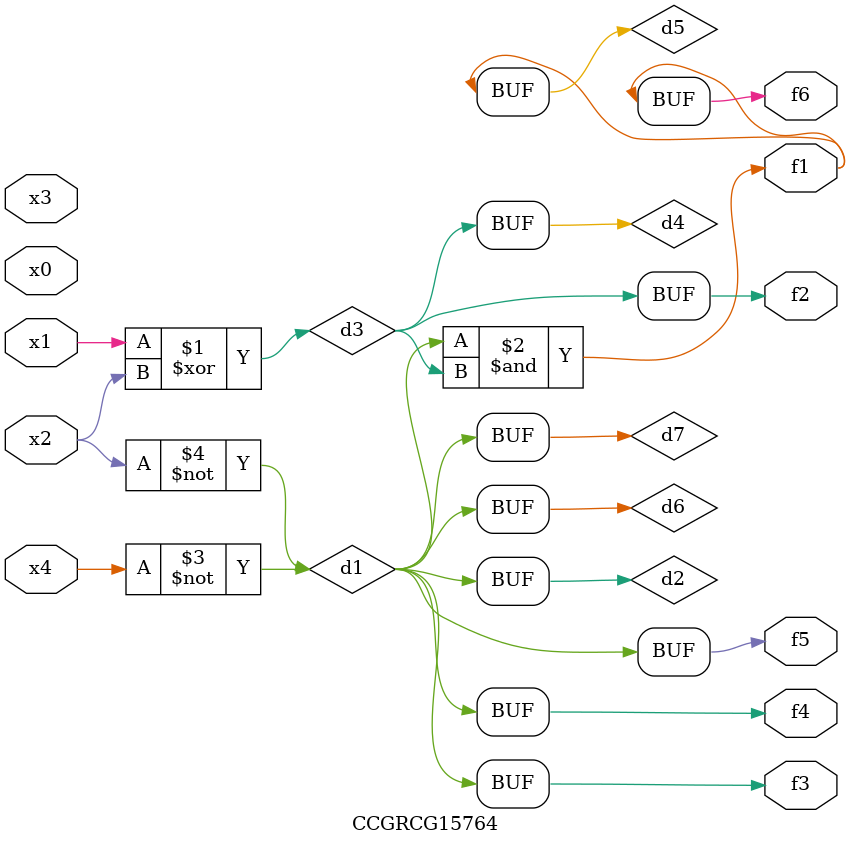
<source format=v>
module CCGRCG15764(
	input x0, x1, x2, x3, x4,
	output f1, f2, f3, f4, f5, f6
);

	wire d1, d2, d3, d4, d5, d6, d7;

	not (d1, x4);
	not (d2, x2);
	xor (d3, x1, x2);
	buf (d4, d3);
	and (d5, d1, d3);
	buf (d6, d1, d2);
	buf (d7, d2);
	assign f1 = d5;
	assign f2 = d4;
	assign f3 = d7;
	assign f4 = d7;
	assign f5 = d7;
	assign f6 = d5;
endmodule

</source>
